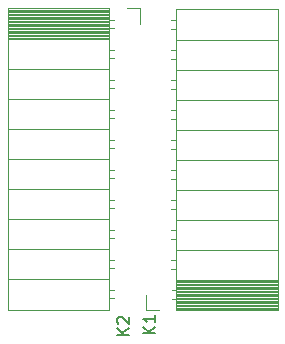
<source format=gbr>
%TF.GenerationSoftware,KiCad,Pcbnew,(5.1.8)-1*%
%TF.CreationDate,2021-12-10T09:13:36+01:00*%
%TF.ProjectId,FirePlaceRoof,46697265-506c-4616-9365-526f6f662e6b,rev?*%
%TF.SameCoordinates,Original*%
%TF.FileFunction,Legend,Top*%
%TF.FilePolarity,Positive*%
%FSLAX46Y46*%
G04 Gerber Fmt 4.6, Leading zero omitted, Abs format (unit mm)*
G04 Created by KiCad (PCBNEW (5.1.8)-1) date 2021-12-10 09:13:36*
%MOMM*%
%LPD*%
G01*
G04 APERTURE LIST*
%ADD10C,0.120000*%
%ADD11C,0.150000*%
G04 APERTURE END LIST*
D10*
%TO.C,K2*%
X69718910Y-32920829D02*
X70828910Y-32920829D01*
X70828910Y-32920829D02*
X70828910Y-34250829D01*
X59628910Y-32920829D02*
X59628910Y-58440829D01*
X59628910Y-58440829D02*
X68258910Y-58440829D01*
X68258910Y-32920829D02*
X68258910Y-58440829D01*
X59628910Y-32920829D02*
X68258910Y-32920829D01*
X59628910Y-55840829D02*
X68258910Y-55840829D01*
X59628910Y-53300829D02*
X68258910Y-53300829D01*
X59628910Y-50760829D02*
X68258910Y-50760829D01*
X59628910Y-48220829D02*
X68258910Y-48220829D01*
X59628910Y-45680829D02*
X68258910Y-45680829D01*
X59628910Y-43140829D02*
X68258910Y-43140829D01*
X59628910Y-40600829D02*
X68258910Y-40600829D01*
X59628910Y-38060829D02*
X68258910Y-38060829D01*
X59628910Y-35520829D02*
X68258910Y-35520829D01*
X68258910Y-57470829D02*
X68668910Y-57470829D01*
X68258910Y-56750829D02*
X68668910Y-56750829D01*
X68258910Y-54930829D02*
X68668910Y-54930829D01*
X68258910Y-54210829D02*
X68668910Y-54210829D01*
X68258910Y-52390829D02*
X68668910Y-52390829D01*
X68258910Y-51670829D02*
X68668910Y-51670829D01*
X68258910Y-49850829D02*
X68668910Y-49850829D01*
X68258910Y-49130829D02*
X68668910Y-49130829D01*
X68258910Y-47310829D02*
X68668910Y-47310829D01*
X68258910Y-46590829D02*
X68668910Y-46590829D01*
X68258910Y-44770829D02*
X68668910Y-44770829D01*
X68258910Y-44050829D02*
X68668910Y-44050829D01*
X68258910Y-42230829D02*
X68668910Y-42230829D01*
X68258910Y-41510829D02*
X68668910Y-41510829D01*
X68258910Y-39690829D02*
X68668910Y-39690829D01*
X68258910Y-38970829D02*
X68668910Y-38970829D01*
X68258910Y-37150829D02*
X68668910Y-37150829D01*
X68258910Y-36430829D02*
X68668910Y-36430829D01*
X68258910Y-34610829D02*
X68608910Y-34610829D01*
X68258910Y-33890829D02*
X68608910Y-33890829D01*
X59628910Y-35402729D02*
X68258910Y-35402729D01*
X59628910Y-35284634D02*
X68258910Y-35284634D01*
X59628910Y-35166539D02*
X68258910Y-35166539D01*
X59628910Y-35048444D02*
X68258910Y-35048444D01*
X59628910Y-34930349D02*
X68258910Y-34930349D01*
X59628910Y-34812254D02*
X68258910Y-34812254D01*
X59628910Y-34694159D02*
X68258910Y-34694159D01*
X59628910Y-34576064D02*
X68258910Y-34576064D01*
X59628910Y-34457969D02*
X68258910Y-34457969D01*
X59628910Y-34339874D02*
X68258910Y-34339874D01*
X59628910Y-34221779D02*
X68258910Y-34221779D01*
X59628910Y-34103684D02*
X68258910Y-34103684D01*
X59628910Y-33985589D02*
X68258910Y-33985589D01*
X59628910Y-33867494D02*
X68258910Y-33867494D01*
X59628910Y-33749399D02*
X68258910Y-33749399D01*
X59628910Y-33631304D02*
X68258910Y-33631304D01*
X59628910Y-33513209D02*
X68258910Y-33513209D01*
X59628910Y-33395114D02*
X68258910Y-33395114D01*
X59628910Y-33277019D02*
X68258910Y-33277019D01*
X59628910Y-33158924D02*
X68258910Y-33158924D01*
X59628910Y-33040829D02*
X68258910Y-33040829D01*
%TO.C,K1*%
X72449410Y-58504329D02*
X71339410Y-58504329D01*
X71339410Y-58504329D02*
X71339410Y-57174329D01*
X82539410Y-58504329D02*
X82539410Y-32984329D01*
X82539410Y-32984329D02*
X73909410Y-32984329D01*
X73909410Y-58504329D02*
X73909410Y-32984329D01*
X82539410Y-58504329D02*
X73909410Y-58504329D01*
X82539410Y-35584329D02*
X73909410Y-35584329D01*
X82539410Y-38124329D02*
X73909410Y-38124329D01*
X82539410Y-40664329D02*
X73909410Y-40664329D01*
X82539410Y-43204329D02*
X73909410Y-43204329D01*
X82539410Y-45744329D02*
X73909410Y-45744329D01*
X82539410Y-48284329D02*
X73909410Y-48284329D01*
X82539410Y-50824329D02*
X73909410Y-50824329D01*
X82539410Y-53364329D02*
X73909410Y-53364329D01*
X82539410Y-55904329D02*
X73909410Y-55904329D01*
X73909410Y-33954329D02*
X73499410Y-33954329D01*
X73909410Y-34674329D02*
X73499410Y-34674329D01*
X73909410Y-36494329D02*
X73499410Y-36494329D01*
X73909410Y-37214329D02*
X73499410Y-37214329D01*
X73909410Y-39034329D02*
X73499410Y-39034329D01*
X73909410Y-39754329D02*
X73499410Y-39754329D01*
X73909410Y-41574329D02*
X73499410Y-41574329D01*
X73909410Y-42294329D02*
X73499410Y-42294329D01*
X73909410Y-44114329D02*
X73499410Y-44114329D01*
X73909410Y-44834329D02*
X73499410Y-44834329D01*
X73909410Y-46654329D02*
X73499410Y-46654329D01*
X73909410Y-47374329D02*
X73499410Y-47374329D01*
X73909410Y-49194329D02*
X73499410Y-49194329D01*
X73909410Y-49914329D02*
X73499410Y-49914329D01*
X73909410Y-51734329D02*
X73499410Y-51734329D01*
X73909410Y-52454329D02*
X73499410Y-52454329D01*
X73909410Y-54274329D02*
X73499410Y-54274329D01*
X73909410Y-54994329D02*
X73499410Y-54994329D01*
X73909410Y-56814329D02*
X73559410Y-56814329D01*
X73909410Y-57534329D02*
X73559410Y-57534329D01*
X82539410Y-56022429D02*
X73909410Y-56022429D01*
X82539410Y-56140524D02*
X73909410Y-56140524D01*
X82539410Y-56258619D02*
X73909410Y-56258619D01*
X82539410Y-56376714D02*
X73909410Y-56376714D01*
X82539410Y-56494809D02*
X73909410Y-56494809D01*
X82539410Y-56612904D02*
X73909410Y-56612904D01*
X82539410Y-56730999D02*
X73909410Y-56730999D01*
X82539410Y-56849094D02*
X73909410Y-56849094D01*
X82539410Y-56967189D02*
X73909410Y-56967189D01*
X82539410Y-57085284D02*
X73909410Y-57085284D01*
X82539410Y-57203379D02*
X73909410Y-57203379D01*
X82539410Y-57321474D02*
X73909410Y-57321474D01*
X82539410Y-57439569D02*
X73909410Y-57439569D01*
X82539410Y-57557664D02*
X73909410Y-57557664D01*
X82539410Y-57675759D02*
X73909410Y-57675759D01*
X82539410Y-57793854D02*
X73909410Y-57793854D01*
X82539410Y-57911949D02*
X73909410Y-57911949D01*
X82539410Y-58030044D02*
X73909410Y-58030044D01*
X82539410Y-58148139D02*
X73909410Y-58148139D01*
X82539410Y-58266234D02*
X73909410Y-58266234D01*
X82539410Y-58384329D02*
X73909410Y-58384329D01*
%TO.C,K2*%
D11*
X69917290Y-60579424D02*
X68917290Y-60579424D01*
X69917290Y-60007995D02*
X69345862Y-60436567D01*
X68917290Y-60007995D02*
X69488719Y-60579424D01*
X69012529Y-59627043D02*
X68964910Y-59579424D01*
X68917290Y-59484186D01*
X68917290Y-59246090D01*
X68964910Y-59150852D01*
X69012529Y-59103233D01*
X69107767Y-59055614D01*
X69203005Y-59055614D01*
X69345862Y-59103233D01*
X69917290Y-59674662D01*
X69917290Y-59055614D01*
%TO.C,K1*%
X72139790Y-60452424D02*
X71139790Y-60452424D01*
X72139790Y-59880995D02*
X71568362Y-60309567D01*
X71139790Y-59880995D02*
X71711219Y-60452424D01*
X72139790Y-58928614D02*
X72139790Y-59500043D01*
X72139790Y-59214329D02*
X71139790Y-59214329D01*
X71282648Y-59309567D01*
X71377886Y-59404805D01*
X71425505Y-59500043D01*
%TD*%
M02*

</source>
